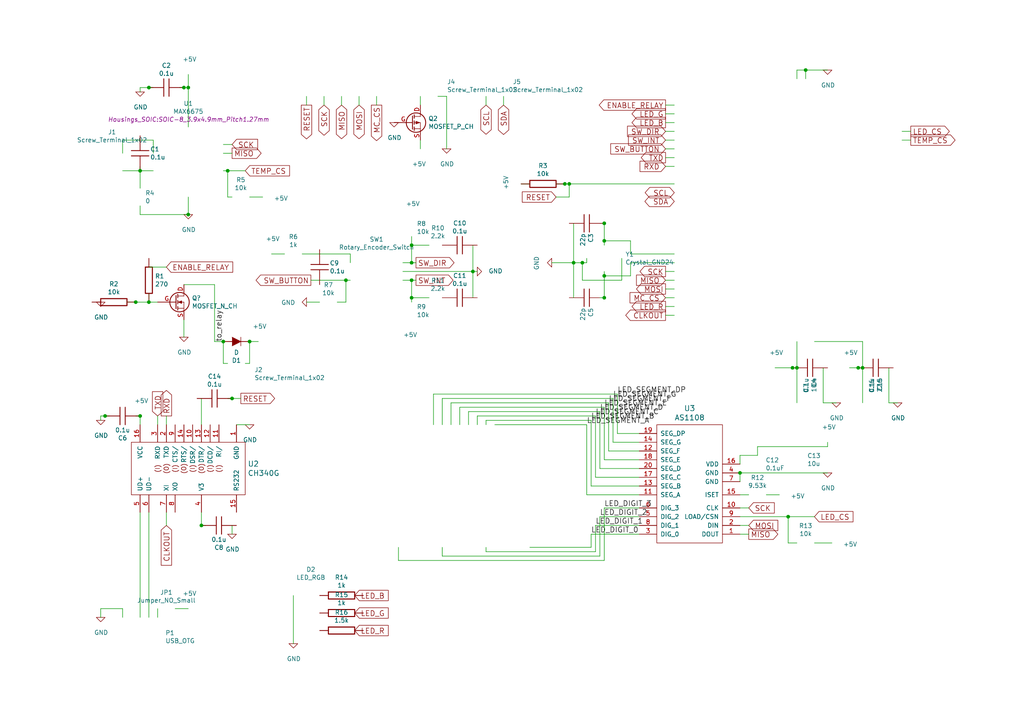
<source format=kicad_sch>
(kicad_sch (version 20230121) (generator eeschema)
  (paper "A4")
  (lib_symbols
    (symbol "as1108:AS1108" (pin_names (offset 1.016))
      (property "Reference" "U" (at 0 -19.05 0))
      (property "Value" "AS1108" (at 0 17.78 0))
      (symbol "AS1108_0_1"
        (rectangle (start -10.16 16.51) (end 8.89 -17.78))
      )
      (symbol "AS1108_1_1"
        (pin unspecified line (at -15.24 13.97 0) (length 5.08) (name "DOUT") (number "1"))
        (pin unspecified line (at -15.24 6.35 0) (length 5.08) (name "CLK") (number "10"))
        (pin input line (at 13.97 2.54 180) (length 5.08) (name "SEG_A") (number "11"))
        (pin input line (at 13.97 -10.16 180) (length 5.08) (name "SEG_F") (number "12"))
        (pin input line (at 13.97 0 180) (length 5.08) (name "SEG_B") (number "13"))
        (pin input line (at 13.97 -12.7 180) (length 5.08) (name "SEG_G") (number "14"))
        (pin input line (at -15.24 2.54 0) (length 5.08) (name "ISET") (number "15"))
        (pin input line (at -15.24 -6.35 0) (length 5.08) (name "VDD") (number "16"))
        (pin input line (at 13.97 -2.54 180) (length 5.08) (name "SEG_C") (number "17"))
        (pin input line (at 13.97 -7.62 180) (length 5.08) (name "SEG_E") (number "18"))
        (pin input line (at 13.97 -15.24 180) (length 5.08) (name "SEG_DP") (number "19"))
        (pin unspecified line (at -15.24 11.43 0) (length 5.08) (name "DIN") (number "2"))
        (pin input line (at 13.97 -5.08 180) (length 5.08) (name "SEG_D") (number "20"))
        (pin unspecified line (at 13.97 13.97 180) (length 5.08) (name "DIG_0") (number "3"))
        (pin unspecified line (at -15.24 -3.81 0) (length 5.08) (name "GND") (number "4"))
        (pin unspecified line (at 13.97 8.89 180) (length 5.08) (name "DIG_2") (number "5"))
        (pin unspecified line (at 13.97 6.35 180) (length 5.08) (name "DIG_3") (number "6"))
        (pin unspecified line (at -15.24 -1.27 0) (length 5.08) (name "GND") (number "7"))
        (pin unspecified line (at 13.97 11.43 180) (length 5.08) (name "DIG_1") (number "8"))
        (pin unspecified line (at -15.24 8.89 0) (length 5.08) (name "LOAD/CSN") (number "9"))
      )
    )
    (symbol "ch340g:CH340G" (pin_names (offset 1.016))
      (property "Reference" "U" (at 0 -16.51 0))
      (property "Value" "CH340G" (at 0 19.05 0))
      (symbol "CH340G_0_0"
        (rectangle (start -7.62 17.78) (end 7.62 -15.24))
        (text "(I)" (at 0 -7.62 0) (effects (font (size 1.27 1.27))))
        (text "(I)" (at 0 -5.08 0) (effects (font (size 1.27 1.27))))
        (text "(I)" (at 0 0 0) (effects (font (size 1.27 1.27))))
        (text "(I)" (at 0 5.08 0) (effects (font (size 1.27 1.27))))
        (text "(I)" (at 0 10.16 0) (effects (font (size 1.27 1.27))))
        (text "(O)" (at 0 -2.54 0) (effects (font (size 1.27 1.27))))
        (text "(O)" (at 0 2.54 0) (effects (font (size 1.27 1.27))))
        (text "(O)" (at 0 7.62 0) (effects (font (size 1.27 1.27))))
      )
      (symbol "CH340G_1_1"
        (pin power_in line (at 12.7 -12.7 180) (length 5.08) (name "GND") (number "1"))
        (pin input line (at 12.7 0 180) (length 5.08) (name "DSR/") (number "10"))
        (pin input line (at 12.7 -7.62 180) (length 5.08) (name "RI/") (number "11"))
        (pin input line (at 12.7 -5.08 180) (length 5.08) (name "DCD/") (number "12"))
        (pin output line (at 12.7 -2.54 180) (length 5.08) (name "DTR/") (number "13"))
        (pin output line (at 12.7 2.54 180) (length 5.08) (name "RTS/") (number "14"))
        (pin input line (at -12.7 -12.7 0) (length 5.08) (name "RS232") (number "15"))
        (pin power_in line (at 12.7 15.24 180) (length 5.08) (name "VCC") (number "16"))
        (pin output line (at 12.7 7.62 180) (length 5.08) (name "TXD") (number "2"))
        (pin input line (at 12.7 10.16 180) (length 5.08) (name "RXD") (number "3"))
        (pin power_out line (at -12.7 -2.54 0) (length 5.08) (name "V3") (number "4"))
        (pin bidirectional line (at -12.7 15.24 0) (length 5.08) (name "UD+") (number "5"))
        (pin bidirectional line (at -12.7 12.7 0) (length 5.08) (name "UD-") (number "6"))
        (pin input line (at -12.7 7.62 0) (length 5.08) (name "XI") (number "7"))
        (pin output line (at -12.7 5.08 0) (length 5.08) (name "XO") (number "8"))
        (pin input line (at 12.7 5.08 180) (length 5.08) (name "CTS/") (number "9"))
      )
    )
    (symbol "tinkerforge:C" (pin_numbers hide) (pin_names (offset 0.254))
      (property "Reference" "C" (at 1.27 2.54 0))
      (property "Value" "C" (at 1.27 -2.54 0))
      (symbol "C_0_1"
        (polyline (pts (xy -2.54 -0.762) (xy 2.54 -0.762)) (stroke (width 0.254)))
        (polyline (pts (xy -2.54 0.762) (xy 2.54 0.762)) (stroke (width 0.254)))
      )
      (symbol "C_1_1"
        (pin passive line (at 0 5.08 270) (length 4.318) (name "~") (number "1"))
        (pin passive line (at 0 -5.08 90) (length 4.318) (name "~") (number "2"))
      )
    )
    (symbol "tinkerforge:D" (pin_numbers hide) (pin_names (offset 1.016) hide)
      (property "Reference" "D" (at 0 2.54 0))
      (property "Value" "D" (at 0 -2.54 0))
      (symbol "D_0_1"
        (polyline (pts (xy -1.27 1.27) (xy -1.27 -1.27)) (stroke (width 0.1524)))
        (polyline (pts (xy 1.27 1.27) (xy -1.27 0) (xy 1.27 -1.27)) (fill (type outline)))
      )
      (symbol "D_1_1"
        (pin passive line (at 3.81 0 180) (length 2.54) (name "A") (number "1"))
        (pin passive line (at -3.81 0 0) (length 2.54) (name "K") (number "2"))
      )
    )
    (symbol "tinkerforge:GND" (power) (pin_names (offset 0))
      (symbol "GND_0_1"
        (polyline (pts (xy -1.27 0) (xy 0 -1.27) (xy 1.27 0) (xy -1.27 0)))
      )
      (symbol "GND_1_1"
        (pin power_in line (at 0 0 90) (length 0) hide (name "GND") (number "1"))
      )
    )
    (symbol "tinkerforge:MOSFET_N_CH" (pin_names (offset 0) hide)
      (property "Reference" "Q" (at 7.62 1.27 0))
      (property "Value" "MOSFET_N_CH" (at 17.78 -1.27 0))
      (symbol "MOSFET_N_CH_0_1"
        (polyline (pts (xy 0.762 -1.778) (xy 2.54 -1.778)))
        (polyline (pts (xy 0.762 -1.27) (xy 0.762 -2.286)) (stroke (width 0.254)))
        (polyline (pts (xy 0.762 0) (xy 2.54 0)))
        (polyline (pts (xy 0.762 0.508) (xy 0.762 -0.508)) (stroke (width 0.254)))
        (polyline (pts (xy 0.762 1.778) (xy 2.54 1.778)))
        (polyline (pts (xy 0.762 2.286) (xy 0.762 1.27)) (stroke (width 0.254)))
        (polyline (pts (xy 2.54 -1.778) (xy 2.54 -2.54)))
        (polyline (pts (xy 2.54 -1.778) (xy 2.54 0)))
        (polyline (pts (xy 2.54 2.54) (xy 2.54 1.778)))
        (polyline (pts (xy 0.254 1.905) (xy 0.254 -1.905) (xy 0.254 -1.905)) (stroke (width 0.254)))
        (polyline (pts (xy 0.889 0) (xy 1.905 0.381) (xy 1.905 -0.381) (xy 0.889 0)) (fill (type outline)))
        (circle (center 1.27 0) (radius 2.8194) (stroke (width 0.254)))
      )
      (symbol "MOSFET_N_CH_1_1"
        (pin passive line (at 2.54 5.08 270) (length 2.54) (name "D") (number "D"))
        (pin input line (at -5.08 0 0) (length 5.334) (name "G") (number "G"))
        (pin passive line (at 2.54 -5.08 90) (length 2.54) (name "S") (number "S"))
      )
    )
    (symbol "tinkerforge:MOSFET_P_CH" (pin_names (offset 0) hide)
      (property "Reference" "Q" (at 7.62 1.27 0))
      (property "Value" "MOSFET_P_CH" (at 16.51 -1.27 0))
      (symbol "MOSFET_P_CH_0_1"
        (polyline (pts (xy 0.762 -1.778) (xy 2.54 -1.778)))
        (polyline (pts (xy 0.762 -1.27) (xy 0.762 -2.286)) (stroke (width 0.254)))
        (polyline (pts (xy 0.762 0) (xy 2.54 0)))
        (polyline (pts (xy 0.762 0.508) (xy 0.762 -0.508)) (stroke (width 0.254)))
        (polyline (pts (xy 0.762 1.778) (xy 2.54 1.778)))
        (polyline (pts (xy 0.762 2.286) (xy 0.762 1.27)) (stroke (width 0.254)))
        (polyline (pts (xy 2.54 -1.778) (xy 2.54 -2.54)))
        (polyline (pts (xy 2.54 -1.778) (xy 2.54 0)))
        (polyline (pts (xy 2.54 2.54) (xy 2.54 1.778)))
        (polyline (pts (xy 0.254 1.905) (xy 0.254 -1.905) (xy 0.254 -1.905)) (stroke (width 0.254)))
        (polyline (pts (xy 2.286 0) (xy 1.27 -0.381) (xy 1.27 0.381) (xy 2.286 0)) (fill (type outline)))
        (circle (center 1.27 0) (radius 2.8194) (stroke (width 0.254)))
      )
      (symbol "MOSFET_P_CH_1_1"
        (pin passive line (at 2.54 5.08 270) (length 2.54) (name "D") (number "D"))
        (pin input line (at -5.08 0 0) (length 5.334) (name "G") (number "G"))
        (pin passive line (at 2.54 -5.08 90) (length 2.54) (name "S") (number "S"))
      )
    )
    (symbol "tinkerforge:R" (pin_numbers hide) (pin_names (offset 0))
      (property "Reference" "R" (at 2.032 0 90))
      (property "Value" "R" (at 0 0 90))
      (symbol "R_0_1"
        (rectangle (start -1.016 3.81) (end 1.016 -3.81) (stroke (width 0.3048)))
      )
      (symbol "R_1_1"
        (pin passive line (at 0 6.35 270) (length 2.54) (name "~") (number "1"))
        (pin passive line (at 0 -6.35 90) (length 2.54) (name "~") (number "2"))
      )
    )
  )
  (junction (at 137.16 78.74))
  (junction (at 248.92 106.68))
  (junction (at 250.19 106.68))
  (junction (at 100.33 81.28))
  (junction (at 43.18 87.63))
  (junction (at 229.87 106.68))
  (junction (at 214.63 137.16))
  (junction (at 43.18 25.4))
  (junction (at 40.64 120.65))
  (junction (at 231.14 106.68))
  (junction (at 40.64 49.53))
  (junction (at 54.61 25.4))
  (junction (at 72.39 99.06))
  (junction (at 67.31 115.57))
  (junction (at 58.42 152.4))
  (junction (at 165.1 53.34))
  (junction (at 163.83 53.34))
  (junction (at 168.91 76.2))
  (junction (at 175.26 64.77))
  (junction (at 175.26 80.01))
  (junction (at 64.77 99.06))
  (junction (at 66.04 49.53))
  (junction (at 119.38 81.28))
  (junction (at 54.61 62.23))
  (junction (at 119.38 76.2))
  (junction (at 30.48 120.65))
  (junction (at 119.38 86.36))
  (junction (at 228.6 149.86))
  (junction (at 39.37 87.63))
  (junction (at 175.26 86.36))
  (junction (at 175.26 69.85))
  (junction (at 53.34 25.4))
  (junction (at 119.38 71.12))
  (junction (at 233.68 20.32))
  (junction (at 166.37 76.2))
  (wire (pts (xy 137.16 78.74) (xy 138.43 78.74)))
  (wire (pts (xy 40.64 148.59) (xy 40.64 179.07)))
  (wire (pts (xy 228.6 149.86) (xy 236.22 149.86)))
  (wire (pts (xy 85.09 172.72) (xy 85.09 186.69)))
  (wire (pts (xy 124.46 86.36) (xy 119.38 86.36)))
  (wire (pts (xy 185.42 133.35) (xy 175.26 133.35)))
  (wire (pts (xy 29.21 176.53) (xy 35.56 176.53)))
  (wire (pts (xy 127 27.94) (xy 129.54 27.94)))
  (wire (pts (xy 66.04 49.53) (xy 71.12 49.53)))
  (wire (pts (xy 250.19 99.06) (xy 250.19 106.68)))
  (wire (pts (xy 238.76 116.84) (xy 242.57 116.84)))
  (wire (pts (xy 40.64 123.19) (xy 40.64 120.65)))
  (wire (pts (xy 160.02 76.2) (xy 166.37 76.2)))
  (wire (pts (xy 64.77 41.91) (xy 67.31 41.91)))
  (wire (pts (xy 138.43 120.65) (xy 138.43 123.19)))
  (wire (pts (xy 90.17 81.28) (xy 100.33 81.28)))
  (wire (pts (xy 229.87 106.68) (xy 231.14 106.68)))
  (wire (pts (xy 43.18 87.63) (xy 45.72 87.63)))
  (wire (pts (xy 40.64 26.67) (xy 40.64 25.4)))
  (wire (pts (xy 171.45 158.75) (xy 171.45 154.94)))
  (wire (pts (xy 170.18 123.19) (xy 170.18 143.51)))
  (wire (pts (xy 45.72 123.19) (xy 45.72 120.65)))
  (wire (pts (xy 119.38 71.12) (xy 119.38 76.2)))
  (wire (pts (xy 128.27 158.75) (xy 128.27 161.29)))
  (wire (pts (xy 97.79 87.63) (xy 100.33 87.63)))
  (wire (pts (xy 193.04 88.9) (xy 195.58 88.9)))
  (wire (pts (xy 261.62 40.64) (xy 264.16 40.64)))
  (wire (pts (xy 72.39 105.41) (xy 72.39 99.06)))
  (wire (pts (xy 219.71 129.54) (xy 240.03 129.54)))
  (wire (pts (xy 193.04 45.72) (xy 195.58 45.72)))
  (wire (pts (xy 168.91 81.28) (xy 168.91 76.2)))
  (wire (pts (xy 35.56 49.53) (xy 40.64 49.53)))
  (wire (pts (xy 40.64 25.4) (xy 43.18 25.4)))
  (wire (pts (xy 50.8 176.53) (xy 54.61 176.53)))
  (wire (pts (xy 153.67 158.75) (xy 171.45 158.75)))
  (wire (pts (xy 195.58 40.64) (xy 193.04 40.64)))
  (wire (pts (xy 222.25 143.51) (xy 226.06 143.51)))
  (wire (pts (xy 175.26 64.77) (xy 173.99 64.77)))
  (wire (pts (xy 173.99 119.38) (xy 135.89 119.38)))
  (wire (pts (xy 179.07 114.3) (xy 125.73 114.3)))
  (wire (pts (xy 172.72 120.65) (xy 138.43 120.65)))
  (wire (pts (xy 54.61 62.23) (xy 54.61 57.15)))
  (wire (pts (xy 135.89 119.38) (xy 135.89 123.19)))
  (wire (pts (xy 119.38 71.12) (xy 124.46 71.12)))
  (wire (pts (xy 193.04 38.1) (xy 195.58 38.1)))
  (wire (pts (xy 146.05 30.48) (xy 146.05 27.94)))
  (wire (pts (xy 246.38 106.68) (xy 248.92 106.68)))
  (wire (pts (xy 36.83 87.63) (xy 39.37 87.63)))
  (wire (pts (xy 119.38 81.28) (xy 119.38 86.36)))
  (wire (pts (xy 171.45 121.92) (xy 140.97 121.92)))
  (wire (pts (xy 233.68 22.86) (xy 233.68 20.32)))
  (wire (pts (xy 68.58 123.19) (xy 72.39 123.19)))
  (wire (pts (xy 40.64 48.26) (xy 40.64 49.53)))
  (wire (pts (xy 58.42 148.59) (xy 58.42 152.4)))
  (wire (pts (xy 40.64 49.53) (xy 44.45 49.53)))
  (wire (pts (xy 172.72 160.02) (xy 172.72 152.4)))
  (wire (pts (xy 58.42 152.4) (xy 59.69 152.4)))
  (wire (pts (xy 175.26 133.35) (xy 175.26 118.11)))
  (wire (pts (xy 121.92 43.18) (xy 121.92 40.64)))
  (wire (pts (xy 175.26 64.77) (xy 175.26 69.85)))
  (wire (pts (xy 137.16 78.74) (xy 137.16 86.36)))
  (wire (pts (xy 40.64 120.65) (xy 39.37 120.65)))
  (wire (pts (xy 173.99 161.29) (xy 173.99 149.86)))
  (wire (pts (xy 195.58 81.28) (xy 193.04 81.28)))
  (wire (pts (xy 173.99 135.89) (xy 173.99 119.38)))
  (wire (pts (xy 179.07 125.73) (xy 179.07 114.3)))
  (wire (pts (xy 66.04 105.41) (xy 64.77 105.41)))
  (wire (pts (xy 171.45 154.94) (xy 185.42 154.94)))
  (wire (pts (xy 175.26 80.01) (xy 175.26 86.36)))
  (wire (pts (xy 168.91 76.2) (xy 170.18 76.2)))
  (wire (pts (xy 219.71 132.08) (xy 219.71 129.54)))
  (wire (pts (xy 93.98 30.48) (xy 93.98 27.94)))
  (wire (pts (xy 257.81 106.68) (xy 257.81 116.84)))
  (wire (pts (xy 214.63 134.62) (xy 214.63 132.08)))
  (wire (pts (xy 180.34 81.28) (xy 168.91 81.28)))
  (wire (pts (xy 214.63 147.32) (xy 217.17 147.32)))
  (wire (pts (xy 66.04 115.57) (xy 67.31 115.57)))
  (wire (pts (xy 175.26 118.11) (xy 133.35 118.11)))
  (wire (pts (xy 53.34 92.71) (xy 53.34 97.79)))
  (wire (pts (xy 250.19 106.68) (xy 250.19 116.84)))
  (wire (pts (xy 35.56 40.64) (xy 35.56 44.45)))
  (wire (pts (xy 153.67 53.34) (xy 151.13 53.34)))
  (wire (pts (xy 31.75 120.65) (xy 30.48 120.65)))
  (wire (pts (xy 30.48 120.65) (xy 29.21 120.65)))
  (wire (pts (xy 165.1 57.15) (xy 165.1 53.34)))
  (wire (pts (xy 193.04 91.44) (xy 195.58 91.44)))
  (wire (pts (xy 128.27 115.57) (xy 128.27 123.19)))
  (wire (pts (xy 35.56 176.53) (xy 35.56 179.07)))
  (wire (pts (xy 62.23 99.06) (xy 64.77 99.06)))
  (wire (pts (xy 109.22 30.48) (xy 109.22 27.94)))
  (wire (pts (xy 185.42 130.81) (xy 176.53 130.81)))
  (wire (pts (xy 35.56 40.64) (xy 44.45 40.64)))
  (wire (pts (xy 88.9 30.48) (xy 88.9 27.94)))
  (wire (pts (xy 53.34 82.55) (xy 62.23 82.55)))
  (wire (pts (xy 137.16 71.12) (xy 137.16 78.74)))
  (wire (pts (xy 116.84 76.2) (xy 119.38 76.2)))
  (wire (pts (xy 100.33 81.28) (xy 101.6 81.28)))
  (wire (pts (xy 214.63 139.7) (xy 214.63 137.16)))
  (wire (pts (xy 195.58 48.26) (xy 193.04 48.26)))
  (wire (pts (xy 40.64 62.23) (xy 40.64 59.69)))
  (wire (pts (xy 67.31 44.45) (xy 64.77 44.45)))
  (wire (pts (xy 62.23 82.55) (xy 62.23 99.06)))
  (wire (pts (xy 161.29 53.34) (xy 163.83 53.34)))
  (wire (pts (xy 140.97 121.92) (xy 140.97 123.19)))
  (wire (pts (xy 214.63 143.51) (xy 217.17 143.51)))
  (wire (pts (xy 193.04 86.36) (xy 195.58 86.36)))
  (wire (pts (xy 177.8 115.57) (xy 128.27 115.57)))
  (wire (pts (xy 67.31 152.4) (xy 67.31 154.94)))
  (wire (pts (xy 67.31 57.15) (xy 66.04 57.15)))
  (wire (pts (xy 133.35 118.11) (xy 133.35 123.19)))
  (wire (pts (xy 214.63 149.86) (xy 228.6 149.86)))
  (wire (pts (xy 104.14 30.48) (xy 104.14 27.94)))
  (wire (pts (xy 171.45 140.97) (xy 171.45 121.92)))
  (wire (pts (xy 119.38 76.2) (xy 120.65 76.2)))
  (wire (pts (xy 172.72 138.43) (xy 172.72 120.65)))
  (wire (pts (xy 214.63 152.4) (xy 217.17 152.4)))
  (wire (pts (xy 175.26 69.85) (xy 175.26 71.12)))
  (wire (pts (xy 54.61 21.59) (xy 54.61 25.4)))
  (wire (pts (xy 166.37 76.2) (xy 168.91 76.2)))
  (wire (pts (xy 233.68 20.32) (xy 240.03 20.32)))
  (wire (pts (xy 182.88 69.85) (xy 175.26 69.85)))
  (wire (pts (xy 48.26 152.4) (xy 48.26 148.59)))
  (wire (pts (xy 58.42 123.19) (xy 58.42 115.57)))
  (wire (pts (xy 231.14 20.32) (xy 233.68 20.32)))
  (wire (pts (xy 44.45 40.64) (xy 44.45 44.45)))
  (wire (pts (xy 177.8 128.27) (xy 177.8 115.57)))
  (wire (pts (xy 43.18 87.63) (xy 43.18 85.09)))
  (wire (pts (xy 231.14 22.86) (xy 231.14 20.32)))
  (wire (pts (xy 115.57 158.75) (xy 115.57 162.56)))
  (wire (pts (xy 193.04 83.82) (xy 195.58 83.82)))
  (wire (pts (xy 116.84 78.74) (xy 137.16 78.74)))
  (wire (pts (xy 45.72 179.07) (xy 45.72 176.53)))
  (wire (pts (xy 231.14 99.06) (xy 231.14 106.68)))
  (wire (pts (xy 185.42 140.97) (xy 171.45 140.97)))
  (wire (pts (xy 140.97 160.02) (xy 172.72 160.02)))
  (wire (pts (xy 193.04 78.74) (xy 195.58 78.74)))
  (wire (pts (xy 185.42 138.43) (xy 172.72 138.43)))
  (wire (pts (xy 175.26 162.56) (xy 175.26 147.32)))
  (wire (pts (xy 121.92 30.48) (xy 121.92 27.94)))
  (wire (pts (xy 64.77 49.53) (xy 66.04 49.53)))
  (wire (pts (xy 88.9 87.63) (xy 92.71 87.63)))
  (wire (pts (xy 180.34 74.93) (xy 180.34 81.28)))
  (wire (pts (xy 87.63 73.66) (xy 101.6 73.66)))
  (wire (pts (xy 128.27 161.29) (xy 173.99 161.29)))
  (wire (pts (xy 193.04 35.56) (xy 195.58 35.56)))
  (wire (pts (xy 48.26 123.19) (xy 48.26 120.65)))
  (wire (pts (xy 224.79 106.68) (xy 229.87 106.68)))
  (wire (pts (xy 228.6 157.48) (xy 228.6 149.86)))
  (wire (pts (xy 182.88 69.85) (xy 182.88 73.66)))
  (wire (pts (xy 53.34 25.4) (xy 52.07 25.4)))
  (wire (pts (xy 143.51 123.19) (xy 170.18 123.19)))
  (wire (pts (xy 71.12 105.41) (xy 72.39 105.41)))
  (wire (pts (xy 99.06 30.48) (xy 99.06 27.94)))
  (wire (pts (xy 175.26 147.32) (xy 185.42 147.32)))
  (wire (pts (xy 119.38 68.58) (xy 119.38 71.12)))
  (wire (pts (xy 261.62 38.1) (xy 264.16 38.1)))
  (wire (pts (xy 182.88 76.2) (xy 195.58 76.2)))
  (wire (pts (xy 193.04 33.02) (xy 195.58 33.02)))
  (wire (pts (xy 182.88 73.66) (xy 195.58 73.66)))
  (wire (pts (xy 101.6 73.66) (xy 101.6 76.2)))
  (wire (pts (xy 172.72 152.4) (xy 185.42 152.4)))
  (wire (pts (xy 54.61 25.4) (xy 54.61 36.83)))
  (wire (pts (xy 66.04 57.15) (xy 66.04 49.53)))
  (wire (pts (xy 176.53 130.81) (xy 176.53 116.84)))
  (wire (pts (xy 64.77 105.41) (xy 64.77 99.06)))
  (wire (pts (xy 140.97 158.75) (xy 140.97 160.02)))
  (wire (pts (xy 214.63 154.94) (xy 217.17 154.94)))
  (wire (pts (xy 140.97 30.48) (xy 140.97 27.94)))
  (wire (pts (xy 29.21 179.07) (xy 29.21 176.53)))
  (wire (pts (xy 170.18 143.51) (xy 185.42 143.51)))
  (wire (pts (xy 119.38 81.28) (xy 120.65 81.28)))
  (wire (pts (xy 43.18 148.59) (xy 43.18 179.07)))
  (wire (pts (xy 166.37 76.2) (xy 166.37 86.36)))
  (wire (pts (xy 193.04 30.48) (xy 195.58 30.48)))
  (wire (pts (xy 240.03 129.54) (xy 240.03 128.27)))
  (wire (pts (xy 176.53 116.84) (xy 130.81 116.84)))
  (wire (pts (xy 125.73 114.3) (xy 125.73 123.19)))
  (wire (pts (xy 185.42 135.89) (xy 173.99 135.89)))
  (wire (pts (xy 170.18 76.2) (xy 170.18 74.93)))
  (wire (pts (xy 166.37 64.77) (xy 166.37 76.2)))
  (wire (pts (xy 173.99 149.86) (xy 185.42 149.86)))
  (wire (pts (xy 40.64 62.23) (xy 54.61 62.23)))
  (wire (pts (xy 236.22 99.06) (xy 250.19 99.06)))
  (wire (pts (xy 130.81 116.84) (xy 130.81 123.19)))
  (wire (pts (xy 67.31 115.57) (xy 69.85 115.57)))
  (wire (pts (xy 119.38 86.36) (xy 119.38 87.63)))
  (wire (pts (xy 54.61 25.4) (xy 53.34 25.4)))
  (wire (pts (xy 257.81 116.84) (xy 260.35 116.84)))
  (wire (pts (xy 175.26 86.36) (xy 173.99 86.36)))
  (wire (pts (xy 115.57 162.56) (xy 175.26 162.56)))
  (wire (pts (xy 175.26 78.74) (xy 175.26 80.01)))
  (wire (pts (xy 100.33 87.63) (xy 100.33 81.28)))
  (wire (pts (xy 163.83 53.34) (xy 165.1 53.34)))
  (wire (pts (xy 214.63 137.16) (xy 240.03 137.16)))
  (wire (pts (xy 231.14 157.48) (xy 228.6 157.48)))
  (wire (pts (xy 43.18 25.4) (xy 44.45 25.4)))
  (wire (pts (xy 165.1 53.34) (xy 195.58 53.34)))
  (wire (pts (xy 82.55 73.66) (xy 78.74 73.66)))
  (wire (pts (xy 193.04 43.18) (xy 195.58 43.18)))
  (wire (pts (xy 40.64 49.53) (xy 40.64 54.61)))
  (wire (pts (xy 238.76 106.68) (xy 238.76 116.84)))
  (wire (pts (xy 182.88 80.01) (xy 175.26 80.01)))
  (wire (pts (xy 236.22 157.48) (xy 241.3 157.48)))
  (wire (pts (xy 116.84 81.28) (xy 119.38 81.28)))
  (wire (pts (xy 129.54 27.94) (xy 129.54 43.18)))
  (wire (pts (xy 182.88 80.01) (xy 182.88 76.2)))
  (wire (pts (xy 39.37 87.63) (xy 43.18 87.63)))
  (wire (pts (xy 72.39 57.15) (xy 76.2 57.15)))
  (wire (pts (xy 185.42 128.27) (xy 177.8 128.27)))
  (wire (pts (xy 43.18 77.47) (xy 48.26 77.47)))
  (wire (pts (xy 231.14 106.68) (xy 231.14 116.84)))
  (wire (pts (xy 214.63 132.08) (xy 219.71 132.08)))
  (wire (pts (xy 248.92 106.68) (xy 250.19 106.68)))
  (wire (pts (xy 29.21 120.65) (xy 29.21 121.92)))
  (wire (pts (xy 161.29 57.15) (xy 165.1 57.15)))
  (wire (pts (xy 185.42 125.73) (xy 179.07 125.73)))
  (wire (pts (xy 72.39 99.06) (xy 74.93 99.06)))
  (label "LED_SEGMENT_DP" (at 179.07 114.3 0) (effects (font (size 1.524 1.524))))
  (label "LED_DIGIT_0" (at 171.45 154.94 0) (effects (font (size 1.524 1.524))))
  (label "LED_SEGMENT_F" (at 176.53 116.84 0) (effects (font (size 1.524 1.524))))
  (label "LED_SEGMENT_A" (at 170.18 123.19 0) (effects (font (size 1.524 1.524))))
  (label "LED_SEGMENT_C" (at 172.72 120.65 0) (effects (font (size 1.524 1.524))))
  (label "LED_DIGIT_2" (at 173.99 149.86 0) (effects (font (size 1.524 1.524))))
  (label "LED_SEGMENT_B" (at 171.45 121.92 0) (effects (font (size 1.524 1.524))))
  (label "LED_DIGIT_3" (at 175.26 147.32 0) (effects (font (size 1.524 1.524))))
  (label "LED_SEGMENT_D" (at 173.99 119.38 0) (effects (font (size 1.524 1.524))))
  (label "to_relay" (at 64.77 99.06 90) (effects (font (size 1.524 1.524))))
  (label "LED_SEGMENT_E" (at 175.26 118.11 0) (effects (font (size 1.524 1.524))))
  (label "LED_SEGMENT_G" (at 177.8 115.57 0) (effects (font (size 1.524 1.524))))
  (label "LED_DIGIT_1" (at 172.72 152.4 0) (effects (font (size 1.524 1.524))))
  (global_label "SDA" (shape bidirectional) (at 146.05 30.48 270) (effects (font (size 1.524 1.524))) (property "Intersheetrefs" "${INTERSHEET_REFS}" (effects hide)))
  (global_label "MISO" (shape bidirectional) (at 99.06 30.48 270) (effects (font (size 1.524 1.524))) (property "Intersheetrefs" "${INTERSHEET_REFS}" (effects hide)))
  (global_label "SCL" (shape bidirectional) (at 140.97 30.48 270) (effects (font (size 1.524 1.524))) (property "Intersheetrefs" "${INTERSHEET_REFS}" (effects hide)))
  (global_label "LED_R" (shape input) (at 102.87 182.88 0) (effects (font (size 1.524 1.524))) (property "Intersheetrefs" "${INTERSHEET_REFS}" (effects hide)))
  (global_label "TXD" (shape input) (at 45.72 120.65 90) (effects (font (size 1.524 1.524))) (property "Intersheetrefs" "${INTERSHEET_REFS}" (effects hide)))
  (global_label "SDA" (shape bidirectional) (at 195.58 58.42 180) (effects (font (size 1.524 1.524))) (property "Intersheetrefs" "${INTERSHEET_REFS}" (effects hide)))
  (global_label "MISO" (shape output) (at 217.17 154.94 0) (effects (font (size 1.524 1.524))) (property "Intersheetrefs" "${INTERSHEET_REFS}" (effects hide)))
  (global_label "LED_CS" (shape input) (at 236.22 149.86 0) (effects (font (size 1.524 1.524))) (property "Intersheetrefs" "${INTERSHEET_REFS}" (effects hide)))
  (global_label "CLKOUT" (shape output) (at 193.04 91.44 180) (effects (font (size 1.524 1.524))) (property "Intersheetrefs" "${INTERSHEET_REFS}" (effects hide)))
  (global_label "LED_B" (shape input) (at 102.87 172.72 0) (effects (font (size 1.524 1.524))) (property "Intersheetrefs" "${INTERSHEET_REFS}" (effects hide)))
  (global_label "SCK" (shape input) (at 217.17 147.32 0) (effects (font (size 1.524 1.524))) (property "Intersheetrefs" "${INTERSHEET_REFS}" (effects hide)))
  (global_label "CLKOUT" (shape input) (at 48.26 152.4 270) (effects (font (size 1.524 1.524))) (property "Intersheetrefs" "${INTERSHEET_REFS}" (effects hide)))
  (global_label "SCK" (shape output) (at 193.04 78.74 180) (effects (font (size 1.524 1.524))) (property "Intersheetrefs" "${INTERSHEET_REFS}" (effects hide)))
  (global_label "LED_G" (shape input) (at 102.87 177.8 0) (effects (font (size 1.524 1.524))) (property "Intersheetrefs" "${INTERSHEET_REFS}" (effects hide)))
  (global_label "ENABLE_RELAY" (shape input) (at 48.26 77.47 0) (effects (font (size 1.524 1.524))) (property "Intersheetrefs" "${INTERSHEET_REFS}" (effects hide)))
  (global_label "LED_R" (shape output) (at 193.04 88.9 180) (effects (font (size 1.524 1.524))) (property "Intersheetrefs" "${INTERSHEET_REFS}" (effects hide)))
  (global_label "MOSI" (shape bidirectional) (at 104.14 30.48 270) (effects (font (size 1.524 1.524))) (property "Intersheetrefs" "${INTERSHEET_REFS}" (effects hide)))
  (global_label "RXD" (shape input) (at 193.04 48.26 180) (effects (font (size 1.524 1.524))) (property "Intersheetrefs" "${INTERSHEET_REFS}" (effects hide)))
  (global_label "MC_CS" (shape input) (at 193.04 86.36 180) (effects (font (size 1.524 1.524))) (property "Intersheetrefs" "${INTERSHEET_REFS}" (effects hide)))
  (global_label "SCK" (shape bidirectional) (at 93.98 30.48 270) (effects (font (size 1.524 1.524))) (property "Intersheetrefs" "${INTERSHEET_REFS}" (effects hide)))
  (global_label "LED_G" (shape output) (at 193.04 33.02 180) (effects (font (size 1.524 1.524))) (property "Intersheetrefs" "${INTERSHEET_REFS}" (effects hide)))
  (global_label "LED_B" (shape output) (at 193.04 35.56 180) (effects (font (size 1.524 1.524))) (property "Intersheetrefs" "${INTERSHEET_REFS}" (effects hide)))
  (global_label "SW_DIR" (shape output) (at 120.65 76.2 0) (effects (font (size 1.524 1.524))) (property "Intersheetrefs" "${INTERSHEET_REFS}" (effects hide)))
  (global_label "TEMP_CS" (shape output) (at 264.16 40.64 0) (effects (font (size 1.524 1.524))) (property "Intersheetrefs" "${INTERSHEET_REFS}" (effects hide)))
  (global_label "RESET" (shape output) (at 69.85 115.57 0) (effects (font (size 1.524 1.524))) (property "Intersheetrefs" "${INTERSHEET_REFS}" (effects hide)))
  (global_label "MC_CS" (shape output) (at 109.22 30.48 270) (effects (font (size 1.524 1.524))) (property "Intersheetrefs" "${INTERSHEET_REFS}" (effects hide)))
  (global_label "TXD" (shape output) (at 193.04 45.72 180) (effects (font (size 1.524 1.524))) (property "Intersheetrefs" "${INTERSHEET_REFS}" (effects hide)))
  (global_label "MOSI" (shape output) (at 193.04 83.82 180) (effects (font (size 1.524 1.524))) (property "Intersheetrefs" "${INTERSHEET_REFS}" (effects hide)))
  (global_label "LED_CS" (shape output) (at 264.16 38.1 0) (effects (font (size 1.524 1.524))) (property "Intersheetrefs" "${INTERSHEET_REFS}" (effects hide)))
  (global_label "SCL" (shape bidirectional) (at 195.58 55.88 180) (effects (font (size 1.524 1.524))) (property "Intersheetrefs" "${INTERSHEET_REFS}" (effects hide)))
  (global_label "SW_DIR" (shape input) (at 193.04 38.1 180) (effects (font (size 1.524 1.524))) (property "Intersheetrefs" "${INTERSHEET_REFS}" (effects hide)))
  (global_label "SW_INT" (shape output) (at 120.65 81.28 0) (effects (font (size 1.524 1.524))) (property "Intersheetrefs" "${INTERSHEET_REFS}" (effects hide)))
  (global_label "MOSI" (shape input) (at 217.17 152.4 0) (effects (font (size 1.524 1.524))) (property "Intersheetrefs" "${INTERSHEET_REFS}" (effects hide)))
  (global_label "MISO" (shape output) (at 67.31 44.45 0) (effects (font (size 1.524 1.524))) (property "Intersheetrefs" "${INTERSHEET_REFS}" (effects hide)))
  (global_label "SW_BUTTON" (shape output) (at 90.17 81.28 180) (effects (font (size 1.524 1.524))) (property "Intersheetrefs" "${INTERSHEET_REFS}" (effects hide)))
  (global_label "ENABLE_RELAY" (shape output) (at 193.04 30.48 180) (effects (font (size 1.524 1.524))) (property "Intersheetrefs" "${INTERSHEET_REFS}" (effects hide)))
  (global_label "RESET" (shape input) (at 161.29 57.15 180) (effects (font (size 1.524 1.524))) (property "Intersheetrefs" "${INTERSHEET_REFS}" (effects hide)))
  (global_label "SCK" (shape input) (at 67.31 41.91 0) (effects (font (size 1.524 1.524))) (property "Intersheetrefs" "${INTERSHEET_REFS}" (effects hide)))
  (global_label "RESET" (shape output) (at 88.9 30.48 270) (effects (font (size 1.524 1.524))) (property "Intersheetrefs" "${INTERSHEET_REFS}" (effects hide)))
  (global_label "MISO" (shape input) (at 193.04 81.28 180) (effects (font (size 1.524 1.524))) (property "Intersheetrefs" "${INTERSHEET_REFS}" (effects hide)))
  (global_label "RXD" (shape output) (at 48.26 120.65 90) (effects (font (size 1.524 1.524))) (property "Intersheetrefs" "${INTERSHEET_REFS}" (effects hide)))
  (global_label "TEMP_CS" (shape input) (at 71.12 49.53 0) (effects (font (size 1.524 1.524))) (property "Intersheetrefs" "${INTERSHEET_REFS}" (effects hide)))
  (global_label "SW_INT" (shape input) (at 193.04 40.64 180) (effects (font (size 1.524 1.524))) (property "Intersheetrefs" "${INTERSHEET_REFS}" (effects hide)))
  (global_label "SW_BUTTON" (shape input) (at 193.04 43.18 180) (effects (font (size 1.524 1.524))) (property "Intersheetrefs" "${INTERSHEET_REFS}" (effects hide)))
  (symbol (lib_id "tinkerforge:R") (at 43.18 81.28 0) (unit 1)
    (property "Reference" "R1" (at 44.958 80.1116 0) (effects (justify left)))
    (property "Value" "270" (at 44.958 82.423 0) (effects (justify left)))
    (property "Footprint" "Resistors_SMD:R_0805_HandSoldering" (effects hide))
  )
  (symbol (lib_id "MAX31855KASA") (at 54.61 46.99 0) (unit 1)
    (property "Reference" "U1" (at 54.61 30.0228 0))
    (property "Value" "MAX6675" (at 54.61 32.3342 0))
    (property "Footprint" "Housings_SOIC:SOIC-8_3.9x4.9mm_Pitch1.27mm" (at 54.61 34.6456 0) (effects (font italic)))
  )
  (symbol (lib_id "tinkerforge:GND") (at 54.61 62.23 0) (unit 1)
    (property "Reference" "#PWR01" (effects hide))
    (property "Value" "GND" (at 54.737 66.6242 0))
  )
  (symbol (lib_id "Screw_Terminal_1x02") (at 30.48 46.99 0) (unit 1)
    (property "Reference" "J1" (at 32.512 38.3032 0))
    (property "Value" "Screw_Terminal_1x02" (at 32.512 40.6146 0))
    (property "Footprint" "nespole:01x02_7.5mm_Header_Screw_Terminal" (effects hide))
  )
  (symbol (lib_id "+5V") (at 54.61 21.59 0) (unit 1)
    (property "Reference" "#PWR02" (effects hide))
    (property "Value" "+5V" (at 54.991 17.1958 0))
  )
  (symbol (lib_id "+5V") (at 74.93 99.06 0) (unit 1)
    (property "Reference" "#PWR03" (effects hide))
    (property "Value" "+5V" (at 75.311 94.6658 0))
  )
  (symbol (lib_id "Screw_Terminal_1x02") (at 68.58 110.49 90) (unit 1)
    (property "Reference" "J2" (at 73.787 107.2642 90) (effects (justify right)))
    (property "Value" "Screw_Terminal_1x02" (at 73.787 109.5756 90) (effects (justify right)))
    (property "Footprint" "Pin_Headers:Pin_Header_Straight_1x02_Pitch2.54mm" (effects hide))
  )
  (symbol (lib_id "tinkerforge:GND") (at 53.34 97.79 0) (unit 1)
    (property "Reference" "#PWR04" (effects hide))
    (property "Value" "GND" (at 53.467 102.1842 0))
  )
  (symbol (lib_id "tinkerforge:C") (at 170.18 64.77 270) (unit 1)
    (property "Reference" "C3" (at 171.3484 67.691 0) (effects (justify left)))
    (property "Value" "22p" (at 169.037 67.691 0) (effects (justify left)))
    (property "Footprint" "Capacitors_SMD:C_0805_HandSoldering" (effects hide))
  )
  (symbol (lib_id "tinkerforge:C") (at 170.18 86.36 270) (unit 1)
    (property "Reference" "C5" (at 171.3484 89.281 0) (effects (justify left)))
    (property "Value" "22p" (at 169.037 89.281 0) (effects (justify left)))
    (property "Footprint" "Capacitors_SMD:C_0805_HandSoldering" (effects hide))
  )
  (symbol (lib_id "tinkerforge:GND") (at 160.02 76.2 270) (unit 1)
    (property "Reference" "#PWR05" (effects hide))
    (property "Value" "GND" (at 155.6258 76.327 0))
  )
  (symbol (lib_id "USB_OTG") (at 40.64 186.69 180) (unit 1)
    (property "Reference" "P1" (at 47.9552 183.5658 0) (effects (justify right)))
    (property "Value" "USB_OTG" (at 47.9552 185.8772 0) (effects (justify right)))
    (property "Footprint" "nespole:USB_Mini-B" (effects hide))
  )
  (symbol (lib_id "tinkerforge:GND") (at 29.21 179.07 0) (unit 1)
    (property "Reference" "#PWR06" (effects hide))
    (property "Value" "GND" (at 29.337 183.4642 0))
  )
  (symbol (lib_id "tinkerforge:C") (at 234.95 106.68 270) (unit 1)
    (property "Reference" "C4" (at 236.1184 109.601 0) (effects (justify left)))
    (property "Value" "0.1u" (at 233.807 109.601 0) (effects (justify left)))
    (property "Footprint" "Capacitors_SMD:C_0805_HandSoldering" (effects hide))
  )
  (symbol (lib_id "tinkerforge:GND") (at 67.31 154.94 0) (unit 1)
    (property "Reference" "#PWR07" (effects hide))
    (property "Value" "GND" (at 67.437 159.3342 0))
  )
  (symbol (lib_id "tinkerforge:C") (at 48.26 25.4 270) (unit 1)
    (property "Reference" "C2" (at 48.26 18.9992 90))
    (property "Value" "0.1u" (at 48.26 21.3106 90))
    (property "Footprint" "Capacitors_SMD:C_0805_HandSoldering" (effects hide))
  )
  (symbol (lib_id "tinkerforge:GND") (at 40.64 26.67 0) (unit 1)
    (property "Reference" "#PWR08" (effects hide))
    (property "Value" "GND" (at 40.767 31.0642 0))
  )
  (symbol (lib_id "tinkerforge:C") (at 40.64 44.45 0) (unit 1)
    (property "Reference" "C1" (at 43.561 43.2816 0) (effects (justify left)))
    (property "Value" "0.1u" (at 43.561 45.593 0) (effects (justify left)))
    (property "Footprint" "Capacitors_SMD:C_0805_HandSoldering" (effects hide))
  )
  (symbol (lib_id "CP") (at 234.95 116.84 90) (unit 1)
    (property "Reference" "C7" (at 233.7816 113.8428 0) (effects (justify left)))
    (property "Value" "10m" (at 236.093 113.8428 0) (effects (justify left)))
    (property "Footprint" "Capacitors_THT:CP_Radial_D5.0mm_P2.50mm" (effects hide))
  )
  (symbol (lib_id "tinkerforge:D") (at 68.58 99.06 180) (unit 1)
    (property "Reference" "D1" (at 68.58 104.5464 0))
    (property "Value" "D" (at 68.58 102.235 0))
    (property "Footprint" "nespole:SOT-323_DIODE" (effects hide))
  )
  (symbol (lib_id "tinkerforge:R") (at 33.02 87.63 270) (unit 1)
    (property "Reference" "R2" (at 33.02 82.3722 90))
    (property "Value" "10k" (at 33.02 84.6836 90))
    (property "Footprint" "Resistors_SMD:R_0805_HandSoldering" (effects hide))
  )
  (symbol (lib_id "tinkerforge:GND") (at 240.03 20.32 0) (unit 1)
    (property "Reference" "#PWR09" (effects hide))
    (property "Value" "GND" (at 240.157 24.7142 0))
  )
  (symbol (lib_id "tinkerforge:R") (at 157.48 53.34 270) (unit 1)
    (property "Reference" "R3" (at 157.48 48.0822 90))
    (property "Value" "10k" (at 157.48 50.3936 90))
    (property "Footprint" "Resistors_SMD:R_0805_HandSoldering" (effects hide))
  )
  (symbol (lib_id "tinkerforge:GND") (at 242.57 116.84 0) (unit 1)
    (property "Reference" "#PWR010" (effects hide))
    (property "Value" "GND" (at 242.697 121.2342 0))
  )
  (symbol (lib_id "R_Small") (at 40.64 57.15 0) (unit 1)
    (property "Reference" "R4" (at 42.1386 55.9816 0) (effects (justify left)))
    (property "Value" "0" (at 42.1386 58.293 0) (effects (justify left)))
    (property "Footprint" "Capacitors_SMD:C_0805_HandSoldering" (effects hide))
  )
  (symbol (lib_id "+5V") (at 40.64 120.65 0) (unit 1)
    (property "Reference" "#PWR011" (effects hide))
    (property "Value" "+5V" (at 41.021 116.2558 0))
  )
  (symbol (lib_id "+5V") (at 224.79 106.68 0) (unit 1)
    (property "Reference" "#PWR012" (effects hide))
    (property "Value" "+5V" (at 225.171 102.2858 0))
  )
  (symbol (lib_id "+5V") (at 151.13 53.34 90) (unit 1)
    (property "Reference" "#PWR013" (effects hide))
    (property "Value" "+5V" (at 146.7358 52.959 0))
  )
  (symbol (lib_id "tinkerforge:C") (at 63.5 152.4 90) (unit 1)
    (property "Reference" "C8" (at 63.5 158.8008 90))
    (property "Value" "0.1u" (at 63.5 156.4894 90))
    (property "Footprint" "Capacitors_SMD:C_0805_HandSoldering" (effects hide))
  )
  (symbol (lib_id "CA56-12") (at 135.89 140.97 180) (unit 1)
    (property "Reference" "AFF1" (at 164.5412 139.8016 0) (effects (justify right)))
    (property "Value" "CA56-12" (at 164.5412 142.113 0) (effects (justify right)))
    (property "Footprint" "Displays_7-Segment:Cx56-12" (effects hide))
  )
  (symbol (lib_id "as1108:AS1108") (at 199.39 140.97 180) (unit 1)
    (property "Reference" "U3" (at 200.025 118.4402 0) (effects (font (size 1.524 1.524))))
    (property "Value" "AS1108" (at 200.025 121.1326 0) (effects (font (size 1.524 1.524))))
    (property "Footprint" "Housings_SOIC:SOIC-20W_7.5x12.8mm_Pitch1.27mm" (effects hide))
  )
  (symbol (lib_id "+5V") (at 241.3 157.48 270) (unit 1)
    (property "Reference" "#PWR014" (effects hide))
    (property "Value" "+5V" (at 244.5512 157.861 90) (effects (justify left)))
  )
  (symbol (lib_id "R_Small") (at 233.68 157.48 270) (unit 1)
    (property "Reference" "R13" (at 233.68 152.5016 90))
    (property "Value" "10k" (at 233.68 154.813 90))
    (property "Footprint" "Resistors_SMD:R_0805_HandSoldering" (effects hide))
  )
  (symbol (lib_id "R_Small") (at 219.71 143.51 270) (unit 1)
    (property "Reference" "R12" (at 219.71 138.5316 90))
    (property "Value" "9.53k" (at 219.71 140.843 90))
    (property "Footprint" "Resistors_SMD:R_0805_HandSoldering" (effects hide))
  )
  (symbol (lib_id "+5V") (at 226.06 143.51 270) (unit 1)
    (property "Reference" "#PWR015" (effects hide))
    (property "Value" "+5V" (at 229.3112 143.891 90) (effects (justify left)))
  )
  (symbol (lib_id "C_Small") (at 219.71 134.62 0) (unit 1)
    (property "Reference" "C12" (at 222.0468 133.4516 0) (effects (justify left)))
    (property "Value" "0.1uF" (at 222.0468 135.763 0) (effects (justify left)))
    (property "Footprint" "Capacitors_SMD:C_0805_HandSoldering" (effects hide))
  )
  (symbol (lib_id "tinkerforge:GND") (at 29.21 87.63 0) (unit 1)
    (property "Reference" "#PWR016" (effects hide))
    (property "Value" "GND" (at 29.337 92.0242 0))
  )
  (symbol (lib_id "ATMEGA328PB-A") (at 228.6 60.96 180) (unit 1)
    (property "Reference" "IC1" (at 228.6 18.3388 0))
    (property "Value" "ATMEGA328PB-A" (at 228.6 20.6502 0))
    (property "Footprint" "Housings_QFP:TQFP-32_7x7mm_Pitch0.8mm" (effects hide))
  )
  (symbol (lib_id "Screw_Terminal_1x05") (at 99.06 22.86 270) (unit 1)
    (property "Reference" "J3" (at 99.06 17.3482 90))
    (property "Value" "Screw_Terminal_1x05" (at 99.06 19.6596 90))
    (property "Footprint" "Pin_Headers:Pin_Header_Straight_1x05_Pitch2.54mm" (effects hide))
  )
  (symbol (lib_id "Screw_Terminal_1x02") (at 124.46 22.86 270) (unit 1)
    (property "Reference" "J4" (at 129.667 23.7236 90) (effects (justify left)))
    (property "Value" "Screw_Terminal_1x02" (at 129.667 26.035 90) (effects (justify left)))
    (property "Footprint" "Pin_Headers:Pin_Header_Straight_1x02_Pitch2.54mm" (effects hide))
  )
  (symbol (lib_id "tinkerforge:MOSFET_P_CH") (at 119.38 35.56 0) (unit 1)
    (property "Reference" "Q2" (at 124.2314 34.3916 0) (effects (justify left)))
    (property "Value" "MOSFET_P_CH" (at 124.2314 36.703 0) (effects (justify left)))
    (property "Footprint" "nespole:SOT-23_Handsoldering" (effects hide))
  )
  (symbol (lib_id "+5V") (at 121.92 43.18 180) (unit 1)
    (property "Reference" "#PWR017" (effects hide))
    (property "Value" "+5V" (at 121.539 47.5742 0))
  )
  (symbol (lib_id "tinkerforge:GND") (at 129.54 43.18 0) (unit 1)
    (property "Reference" "#PWR018" (effects hide))
    (property "Value" "GND" (at 129.667 47.5742 0))
  )
  (symbol (lib_id "tinkerforge:GND") (at 240.03 137.16 0) (unit 1)
    (property "Reference" "#PWR026" (effects hide))
    (property "Value" "GND" (at 240.157 141.5542 0))
  )
  (symbol (lib_id "+5V") (at 240.03 128.27 0) (unit 1)
    (property "Reference" "#PWR027" (effects hide))
    (property "Value" "+5V" (at 240.411 123.8758 0))
  )
  (symbol (lib_id "R_Small") (at 69.85 57.15 270) (unit 1)
    (property "Reference" "R5" (at 69.85 52.1716 90))
    (property "Value" "10k" (at 69.85 54.483 90))
    (property "Footprint" "Resistors_SMD:R_0805_HandSoldering" (effects hide))
  )
  (symbol (lib_id "+5V") (at 76.2 57.15 270) (unit 1)
    (property "Reference" "#PWR019" (effects hide))
    (property "Value" "+5V" (at 79.4512 57.531 90) (effects (justify left)))
  )
  (symbol (lib_id "Rotary_Encoder_Switch") (at 109.22 78.74 180) (unit 1)
    (property "Reference" "SW1" (at 109.22 69.4182 0))
    (property "Value" "Rotary_Encoder_Switch" (at 109.22 71.7296 0))
    (property "Footprint" "nespole:ROTARY-ENCODER-PEC11S" (effects hide))
  )
  (symbol (lib_id "+5V") (at 78.74 73.66 0) (unit 1)
    (property "Reference" "#PWR020" (effects hide))
    (property "Value" "+5V" (at 79.121 69.2658 0))
  )
  (symbol (lib_id "R_Small") (at 85.09 73.66 270) (unit 1)
    (property "Reference" "R6" (at 85.09 68.6816 90))
    (property "Value" "1k" (at 85.09 70.993 90))
    (property "Footprint" "Resistors_SMD:R_0805_HandSoldering" (effects hide))
  )
  (symbol (lib_id "tinkerforge:GND") (at 88.9 87.63 270) (unit 1)
    (property "Reference" "#PWR021" (effects hide))
    (property "Value" "GND" (at 85.6488 87.757 90) (effects (justify right)))
  )
  (symbol (lib_id "R_Small") (at 95.25 87.63 270) (unit 1)
    (property "Reference" "R7" (at 95.25 82.6516 90))
    (property "Value" "10k" (at 95.25 84.963 90))
    (property "Footprint" "Resistors_SMD:R_0805_HandSoldering" (effects hide))
  )
  (symbol (lib_id "tinkerforge:C") (at 92.71 77.47 0) (unit 1)
    (property "Reference" "C9" (at 95.631 76.3016 0) (effects (justify left)))
    (property "Value" "0.1u" (at 95.631 78.613 0) (effects (justify left)))
    (property "Footprint" "Capacitors_SMD:C_0805_HandSoldering" (effects hide))
  )
  (symbol (lib_id "tinkerforge:GND") (at 114.3 35.56 0) (unit 1)
    (property "Reference" "#PWR022" (effects hide))
    (property "Value" "GND" (at 114.427 39.9542 0))
  )
  (symbol (lib_id "tinkerforge:GND") (at 138.43 78.74 90) (unit 1)
    (property "Reference" "#PWR023" (effects hide))
    (property "Value" "GND" (at 141.6812 78.613 90) (effects (justify right)))
  )
  (symbol (lib_id "tinkerforge:C") (at 133.35 71.12 270) (unit 1)
    (property "Reference" "C10" (at 133.35 64.7192 90))
    (property "Value" "0.1u" (at 133.35 67.0306 90))
    (property "Footprint" "Capacitors_SMD:C_0805_HandSoldering" (effects hide))
  )
  (symbol (lib_id "tinkerforge:C") (at 133.35 86.36 270) (unit 1)
    (property "Reference" "C11" (at 133.35 79.9592 90))
    (property "Value" "0.1u" (at 133.35 82.2706 90))
    (property "Footprint" "Capacitors_SMD:C_0805_HandSoldering" (effects hide))
  )
  (symbol (lib_id "+5V") (at 119.38 63.5 0) (unit 1)
    (property "Reference" "#PWR024" (effects hide))
    (property "Value" "+5V" (at 119.761 59.1058 0))
  )
  (symbol (lib_id "+5V") (at 119.38 92.71 180) (unit 1)
    (property "Reference" "#PWR025" (effects hide))
    (property "Value" "+5V" (at 118.999 97.1042 0))
  )
  (symbol (lib_id "R_Small") (at 119.38 66.04 180) (unit 1)
    (property "Reference" "R8" (at 120.8786 64.8716 0) (effects (justify right)))
    (property "Value" "10k" (at 120.8786 67.183 0) (effects (justify right)))
    (property "Footprint" "Resistors_SMD:R_0805_HandSoldering" (effects hide))
  )
  (symbol (lib_id "R_Small") (at 119.38 90.17 180) (unit 1)
    (property "Reference" "R9" (at 120.8786 89.0016 0) (effects (justify right)))
    (property "Value" "10k" (at 120.8786 91.313 0) (effects (justify right)))
    (property "Footprint" "Resistors_SMD:R_0805_HandSoldering" (effects hide))
  )
  (symbol (lib_id "R_Small") (at 127 71.12 90) (unit 1)
    (property "Reference" "R10" (at 127 66.1416 90))
    (property "Value" "2.2k" (at 127 68.453 90))
    (property "Footprint" "Resistors_SMD:R_0805_HandSoldering" (effects hide))
  )
  (symbol (lib_id "R_Small") (at 127 86.36 90) (unit 1)
    (property "Reference" "R11" (at 127 81.3816 90))
    (property "Value" "2.2k" (at 127 83.693 90))
    (property "Footprint" "Resistors_SMD:R_0805_HandSoldering" (effects hide))
  )
  (symbol (lib_id "CP") (at 231.14 133.35 0) (unit 1)
    (property "Reference" "C13" (at 234.1372 132.1816 0) (effects (justify left)))
    (property "Value" "10u" (at 234.1372 134.493 0) (effects (justify left)))
    (property "Footprint" "Capacitors_THT:CP_Radial_D5.0mm_P2.50mm" (effects hide))
  )
  (symbol (lib_id "LED_RGB") (at 90.17 177.8 0) (unit 1)
    (property "Reference" "D2" (at 90.17 165.1762 0))
    (property "Value" "LED_RGB" (at 90.17 167.4876 0))
    (property "Footprint" "LEDs:LED_RGB_PLCC-6" (effects hide))
  )
  (symbol (lib_id "tinkerforge:R") (at 99.06 172.72 270) (unit 1)
    (property "Reference" "R14" (at 99.06 167.4622 90))
    (property "Value" "1k" (at 99.06 169.7736 90))
    (property "Footprint" "Resistors_SMD:R_0805_HandSoldering" (effects hide))
  )
  (symbol (lib_id "tinkerforge:R") (at 99.06 177.8 270) (unit 1)
    (property "Reference" "R15" (at 99.06 172.5422 90))
    (property "Value" "1k" (at 99.06 174.8536 90))
    (property "Footprint" "Resistors_SMD:R_0805_HandSoldering" (effects hide))
  )
  (symbol (lib_id "tinkerforge:R") (at 99.06 182.88 270) (unit 1)
    (property "Reference" "R16" (at 99.06 177.6222 90))
    (property "Value" "1.5k" (at 99.06 179.9336 90))
    (property "Footprint" "Resistors_SMD:R_0805_HandSoldering" (effects hide))
  )
  (symbol (lib_id "tinkerforge:GND") (at 85.09 186.69 0) (unit 1)
    (property "Reference" "#PWR028" (effects hide))
    (property "Value" "GND" (at 85.217 191.0842 0))
  )
  (symbol (lib_id "Screw_Terminal_1x02") (at 143.51 22.86 270) (unit 1)
    (property "Reference" "J5" (at 148.717 23.7236 90) (effects (justify left)))
    (property "Value" "Screw_Terminal_1x02" (at 148.717 26.035 90) (effects (justify left)))
    (property "Footprint" "Pin_Headers:Pin_Header_Straight_1x02_Pitch2.54mm" (effects hide))
  )
  (symbol (lib_id "Crystal_GND24") (at 175.26 74.93 90) (unit 1)
    (property "Reference" "Y1" (at 181.3814 73.7616 90) (effects (justify right)))
    (property "Value" "Crystal_GND24" (at 181.3814 76.073 90) (effects (justify right)))
    (property "Footprint" "Crystals:Crystal_SMD_TXC_7M-4pin_3.2x2.5mm_HandSoldering" (effects hide))
  )
  (symbol (lib_id "ch340g:CH340G") (at 55.88 135.89 90) (unit 1)
    (property "Reference" "U2" (at 71.8312 134.5438 90) (effects (font (size 1.524 1.524)) (justify right)))
    (property "Value" "CH340G" (at 71.8312 137.2362 90) (effects (font (size 1.524 1.524)) (justify right)))
    (property "Footprint" "Housings_SOIC:SOIC-16_3.9x9.9mm_Pitch1.27mm" (effects hide))
  )
  (symbol (lib_id "tinkerforge:GND") (at 29.21 121.92 0) (unit 1)
    (property "Reference" "#PWR029" (effects hide))
    (property "Value" "GND" (at 29.337 126.3142 0))
  )
  (symbol (lib_id "tinkerforge:C") (at 35.56 120.65 90) (unit 1)
    (property "Reference" "C6" (at 35.56 127.0508 90))
    (property "Value" "0.1u" (at 35.56 124.7394 90))
    (property "Footprint" "Capacitors_SMD:C_0805_HandSoldering" (effects hide))
  )
  (symbol (lib_id "Jumper_NO_Small") (at 48.26 176.53 0) (unit 1)
    (property "Reference" "JP1" (at 48.26 171.831 0))
    (property "Value" "Jumper_NO_Small" (at 48.26 174.1424 0))
    (property "Footprint" "Pin_Headers:Pin_Header_Straight_1x02_Pitch2.54mm" (effects hide))
  )
  (symbol (lib_id "+5V") (at 54.61 176.53 0) (unit 1)
    (property "Reference" "#PWR030" (effects hide))
    (property "Value" "+5V" (at 54.991 172.1358 0))
  )
  (symbol (lib_id "tinkerforge:C") (at 62.23 115.57 270) (unit 1)
    (property "Reference" "C14" (at 62.23 109.1692 90))
    (property "Value" "0.1u" (at 62.23 111.4806 90))
    (property "Footprint" "Capacitors_SMD:C_0805_HandSoldering" (effects hide))
  )
  (symbol (lib_id "tinkerforge:GND") (at 72.39 123.19 0) (unit 1)
    (property "Reference" "#PWR031" (effects hide))
    (property "Value" "GND" (at 72.517 127.5842 0))
  )
  (symbol (lib_id "tinkerforge:GND") (at 260.35 116.84 0) (unit 1)
    (property "Reference" "#PWR032" (effects hide))
    (property "Value" "GND" (at 260.477 121.2342 0))
  )
  (symbol (lib_id "+5V") (at 246.38 106.68 0) (unit 1)
    (property "Reference" "#PWR033" (effects hide))
    (property "Value" "+5V" (at 246.761 102.2858 0))
  )
  (symbol (lib_id "tinkerforge:C") (at 254 106.68 270) (unit 1)
    (property "Reference" "C15" (at 255.1684 109.601 0) (effects (justify left)))
    (property "Value" "0.1u" (at 252.857 109.601 0) (effects (justify left)))
    (property "Footprint" "Capacitors_SMD:C_0805_HandSoldering" (effects hide))
  )
  (symbol (lib_id "CP") (at 254 116.84 90) (unit 1)
    (property "Reference" "C16" (at 252.8316 113.8428 0) (effects (justify left)))
    (property "Value" "22m" (at 255.143 113.8428 0) (effects (justify left)))
    (property "Footprint" "Capacitors_THT:CP_Radial_D5.0mm_P2.50mm" (effects hide))
  )
  (symbol (lib_id "tinkerforge:MOSFET_N_CH") (at 50.8 87.63 0) (unit 1)
    (property "Reference" "Q?" (at 55.6514 86.4616 0) (effects (justify left)))
    (property "Value" "MOSFET_N_CH" (at 55.6514 88.773 0) (effects (justify left)))
  )
)
</source>
